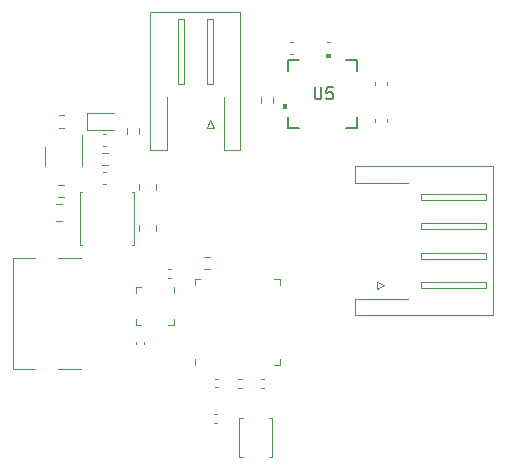
<source format=gbr>
%TF.GenerationSoftware,KiCad,Pcbnew,7.0.10*%
%TF.CreationDate,2024-02-04T10:39:00+08:00*%
%TF.ProjectId,42stepmotor,34327374-6570-46d6-9f74-6f722e6b6963,rev?*%
%TF.SameCoordinates,Original*%
%TF.FileFunction,Legend,Top*%
%TF.FilePolarity,Positive*%
%FSLAX46Y46*%
G04 Gerber Fmt 4.6, Leading zero omitted, Abs format (unit mm)*
G04 Created by KiCad (PCBNEW 7.0.10) date 2024-02-04 10:39:00*
%MOMM*%
%LPD*%
G01*
G04 APERTURE LIST*
%ADD10C,0.150000*%
%ADD11C,0.120000*%
%ADD12C,0.025400*%
%ADD13C,0.152400*%
G04 APERTURE END LIST*
D10*
X119990455Y-91455579D02*
X119990455Y-92265102D01*
X119990455Y-92265102D02*
X120038074Y-92360340D01*
X120038074Y-92360340D02*
X120085693Y-92407960D01*
X120085693Y-92407960D02*
X120180931Y-92455579D01*
X120180931Y-92455579D02*
X120371407Y-92455579D01*
X120371407Y-92455579D02*
X120466645Y-92407960D01*
X120466645Y-92407960D02*
X120514264Y-92360340D01*
X120514264Y-92360340D02*
X120561883Y-92265102D01*
X120561883Y-92265102D02*
X120561883Y-91455579D01*
X121514264Y-91455579D02*
X121038074Y-91455579D01*
X121038074Y-91455579D02*
X120990455Y-91931769D01*
X120990455Y-91931769D02*
X121038074Y-91884150D01*
X121038074Y-91884150D02*
X121133312Y-91836531D01*
X121133312Y-91836531D02*
X121371407Y-91836531D01*
X121371407Y-91836531D02*
X121466645Y-91884150D01*
X121466645Y-91884150D02*
X121514264Y-91931769D01*
X121514264Y-91931769D02*
X121561883Y-92027007D01*
X121561883Y-92027007D02*
X121561883Y-92265102D01*
X121561883Y-92265102D02*
X121514264Y-92360340D01*
X121514264Y-92360340D02*
X121466645Y-92407960D01*
X121466645Y-92407960D02*
X121371407Y-92455579D01*
X121371407Y-92455579D02*
X121133312Y-92455579D01*
X121133312Y-92455579D02*
X121038074Y-92407960D01*
X121038074Y-92407960D02*
X120990455Y-92360340D01*
D11*
%TO.C,E2*%
X123390000Y-110760000D02*
X123390000Y-109340000D01*
X135110000Y-110760000D02*
X123390000Y-110760000D01*
X123390000Y-109340000D02*
X127890000Y-109340000D01*
X125300000Y-108500000D02*
X125300000Y-107900000D01*
X129000000Y-108450000D02*
X134500000Y-108450000D01*
X134500000Y-108450000D02*
X134500000Y-107950000D01*
X125900000Y-108200000D02*
X125300000Y-108500000D01*
X129000000Y-107950000D02*
X129000000Y-108450000D01*
X134500000Y-107950000D02*
X129000000Y-107950000D01*
X125300000Y-107900000D02*
X125900000Y-108200000D01*
X129000000Y-105950000D02*
X134500000Y-105950000D01*
X134500000Y-105950000D02*
X134500000Y-105450000D01*
X129000000Y-105450000D02*
X129000000Y-105950000D01*
X134500000Y-105450000D02*
X129000000Y-105450000D01*
X135110000Y-104450000D02*
X135110000Y-110760000D01*
X135110000Y-104450000D02*
X135110000Y-98140000D01*
X129000000Y-103450000D02*
X134500000Y-103450000D01*
X134500000Y-103450000D02*
X134500000Y-102950000D01*
X129000000Y-102950000D02*
X129000000Y-103450000D01*
X134500000Y-102950000D02*
X129000000Y-102950000D01*
X129000000Y-100950000D02*
X134500000Y-100950000D01*
X134500000Y-100950000D02*
X134500000Y-100450000D01*
X129000000Y-100450000D02*
X129000000Y-100950000D01*
X134500000Y-100450000D02*
X129000000Y-100450000D01*
X123390000Y-99560000D02*
X127890000Y-99560000D01*
X123390000Y-98140000D02*
X123390000Y-99560000D01*
X135110000Y-98140000D02*
X123390000Y-98140000D01*
%TO.C,C7*%
X107807836Y-107560000D02*
X107592164Y-107560000D01*
X107807836Y-106840000D02*
X107592164Y-106840000D01*
%TO.C,J1*%
X106090000Y-96760000D02*
X107510000Y-96760000D01*
X111150000Y-94250000D02*
X111450000Y-94850000D01*
X108900000Y-91150000D02*
X108900000Y-85650000D01*
X113710000Y-85040000D02*
X113710000Y-96760000D01*
X110900000Y-91150000D02*
X111400000Y-91150000D01*
X108400000Y-85650000D02*
X108400000Y-91150000D01*
X107510000Y-96760000D02*
X107510000Y-92260000D01*
X106090000Y-85040000D02*
X106090000Y-96760000D01*
X110900000Y-85650000D02*
X110900000Y-91150000D01*
X110850000Y-94850000D02*
X111150000Y-94250000D01*
X108400000Y-91150000D02*
X108900000Y-91150000D01*
X111450000Y-94850000D02*
X110850000Y-94850000D01*
X112290000Y-96760000D02*
X112290000Y-92260000D01*
X111400000Y-85650000D02*
X110900000Y-85650000D01*
X111400000Y-91150000D02*
X111400000Y-85650000D01*
X108900000Y-85650000D02*
X108400000Y-85650000D01*
X109900000Y-85040000D02*
X106090000Y-85040000D01*
X113710000Y-96760000D02*
X112290000Y-96760000D01*
X109900000Y-85040000D02*
X113710000Y-85040000D01*
%TO.C,D2*%
X103025000Y-93590000D02*
X100740000Y-93590000D01*
X100740000Y-95060000D02*
X103025000Y-95060000D01*
X100740000Y-93590000D02*
X100740000Y-95060000D01*
%TO.C,J2*%
X100240000Y-105900000D02*
X98240000Y-105900000D01*
X96340000Y-105900000D02*
X94440000Y-105900000D01*
X94440000Y-105900000D02*
X94440000Y-115300000D01*
X100240000Y-115300000D02*
X98240000Y-115300000D01*
X96340000Y-115300000D02*
X94440000Y-115300000D01*
%TO.C,C9*%
X121007930Y-88608510D02*
X121289090Y-88608510D01*
X121007930Y-87588510D02*
X121289090Y-87588510D01*
%TO.C,C11*%
X125140000Y-90959420D02*
X125140000Y-91240580D01*
X126160000Y-90959420D02*
X126160000Y-91240580D01*
%TO.C,U5*%
D12*
X117541160Y-93192020D02*
X117287160Y-93192020D01*
X117287160Y-92811019D01*
X117541160Y-92811019D01*
X117541160Y-93192020D01*
G36*
X117541160Y-93192020D02*
G01*
X117287160Y-93192020D01*
X117287160Y-92811019D01*
X117541160Y-92811019D01*
X117541160Y-93192020D01*
G37*
X121341641Y-88891160D02*
X120960641Y-88891160D01*
X120960641Y-88637160D01*
X121341641Y-88637160D01*
X121341641Y-88891160D01*
G36*
X121341641Y-88891160D02*
G01*
X120960641Y-88891160D01*
X120960641Y-88637160D01*
X121341641Y-88637160D01*
X121341641Y-88891160D01*
G37*
D13*
X117755160Y-89105160D02*
X117755160Y-90019560D01*
X117755160Y-93981960D02*
X117755160Y-94896360D01*
X117755160Y-94896360D02*
X118669560Y-94896360D01*
X118669560Y-89105160D02*
X117755160Y-89105160D01*
X122631960Y-94896360D02*
X123546360Y-94896360D01*
X123546360Y-89105160D02*
X122631960Y-89105160D01*
X123546360Y-90019560D02*
X123546360Y-89105160D01*
X123546360Y-94896360D02*
X123546360Y-93981960D01*
D11*
%TO.C,C12*%
X125140000Y-94109420D02*
X125140000Y-94390580D01*
X126160000Y-94109420D02*
X126160000Y-94390580D01*
%TO.C,CANT_C2*%
X111797836Y-116110000D02*
X111582164Y-116110000D01*
X111797836Y-116830000D02*
X111582164Y-116830000D01*
%TO.C,C4*%
X106560000Y-100136252D02*
X106560000Y-99613748D01*
X105090000Y-100136252D02*
X105090000Y-99613748D01*
%TO.C,R2*%
X98312742Y-94847500D02*
X98787258Y-94847500D01*
X98312742Y-93802500D02*
X98787258Y-93802500D01*
%TO.C,C3*%
X105560000Y-113207836D02*
X105560000Y-112992164D01*
X104840000Y-113207836D02*
X104840000Y-112992164D01*
%TO.C,C2*%
X102084420Y-96435000D02*
X102365580Y-96435000D01*
X102084420Y-95415000D02*
X102365580Y-95415000D01*
%TO.C,SW1*%
X116400000Y-119450000D02*
X116100000Y-119450000D01*
X113600000Y-119450000D02*
X113900000Y-119450000D01*
X116400000Y-122750000D02*
X116400000Y-119450000D01*
X116100000Y-122750000D02*
X116400000Y-122750000D01*
X113900000Y-122750000D02*
X113600000Y-122750000D01*
X113600000Y-122750000D02*
X113600000Y-119450000D01*
%TO.C,ANT_C1*%
X111707836Y-119110000D02*
X111492164Y-119110000D01*
X111707836Y-119830000D02*
X111492164Y-119830000D01*
%TO.C,R11*%
X105147500Y-95362258D02*
X105147500Y-94887742D01*
X104102500Y-95362258D02*
X104102500Y-94887742D01*
%TO.C,U1*%
X104852500Y-108340000D02*
X105327500Y-108340000D01*
X108072500Y-108815000D02*
X108072500Y-108340000D01*
X104852500Y-108815000D02*
X104852500Y-108340000D01*
X108072500Y-111085000D02*
X108072500Y-111560000D01*
X104852500Y-111085000D02*
X104852500Y-111560000D01*
X108072500Y-111560000D02*
X107597500Y-111560000D01*
X104852500Y-111560000D02*
X105327500Y-111560000D01*
%TO.C,R4*%
X113546359Y-116880000D02*
X113853641Y-116880000D01*
X113546359Y-116120000D02*
X113853641Y-116120000D01*
%TO.C,R1*%
X101987742Y-98047500D02*
X102462258Y-98047500D01*
X101987742Y-97002500D02*
X102462258Y-97002500D01*
%TO.C,U4*%
X97165000Y-97275000D02*
X97165000Y-98075000D01*
X97165000Y-97275000D02*
X97165000Y-96475000D01*
X100285000Y-97275000D02*
X100285000Y-98075000D01*
X100285000Y-97275000D02*
X100285000Y-95475000D01*
%TO.C,R3*%
X98287742Y-100747500D02*
X98762258Y-100747500D01*
X98287742Y-99702500D02*
X98762258Y-99702500D01*
%TO.C,L1*%
X100165000Y-104785000D02*
X100315000Y-104785000D01*
X104685000Y-104785000D02*
X104535000Y-104785000D01*
X100165000Y-100265000D02*
X100165000Y-104785000D01*
X100165000Y-100265000D02*
X100315000Y-100265000D01*
X104685000Y-100265000D02*
X104685000Y-104785000D01*
X104685000Y-100265000D02*
X104535000Y-100265000D01*
%TO.C,R9*%
X116471010Y-92735768D02*
X116471010Y-92261252D01*
X115426010Y-92735768D02*
X115426010Y-92261252D01*
%TO.C,C13*%
X118189090Y-87588510D02*
X117907930Y-87588510D01*
X118189090Y-88608510D02*
X117907930Y-88608510D01*
%TO.C,C1*%
X102365580Y-98615000D02*
X102084420Y-98615000D01*
X102365580Y-99635000D02*
X102084420Y-99635000D01*
%TO.C,C5*%
X98586252Y-101290000D02*
X98063748Y-101290000D01*
X98586252Y-102760000D02*
X98063748Y-102760000D01*
%TO.C,C8*%
X105090000Y-103113748D02*
X105090000Y-103636252D01*
X106560000Y-103113748D02*
X106560000Y-103636252D01*
%TO.C,C6*%
X115492164Y-116860000D02*
X115707836Y-116860000D01*
X115492164Y-116140000D02*
X115707836Y-116140000D01*
%TO.C,U3*%
X117050000Y-114930000D02*
X116575000Y-114930000D01*
X109830000Y-114455000D02*
X109830000Y-114930000D01*
X117050000Y-114455000D02*
X117050000Y-114930000D01*
X109830000Y-108185000D02*
X109830000Y-107710000D01*
X117050000Y-108185000D02*
X117050000Y-107710000D01*
X109830000Y-107710000D02*
X110305000Y-107710000D01*
X117050000Y-107710000D02*
X116575000Y-107710000D01*
%TO.C,R6*%
X111137258Y-105777500D02*
X110662742Y-105777500D01*
X111137258Y-106822500D02*
X110662742Y-106822500D01*
%TD*%
M02*

</source>
